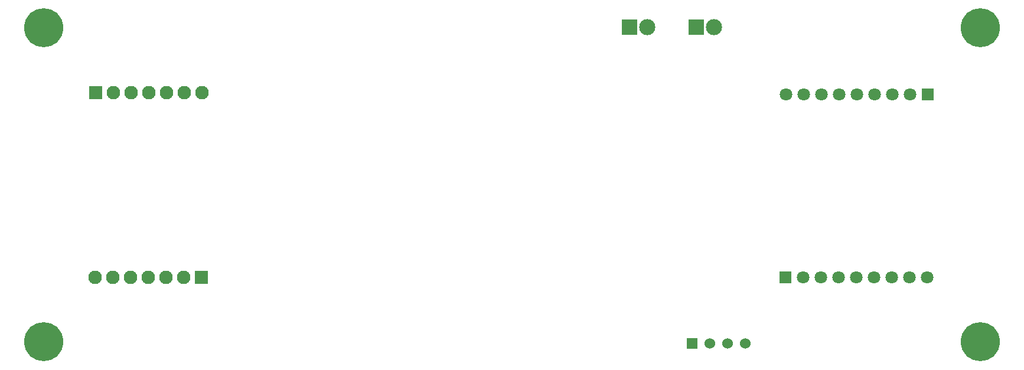
<source format=gbr>
%TF.GenerationSoftware,KiCad,Pcbnew,8.0.2*%
%TF.CreationDate,2024-06-17T09:50:20+02:00*%
%TF.ProjectId,BMS,424d532e-6b69-4636-9164-5f7063625858,rev?*%
%TF.SameCoordinates,Original*%
%TF.FileFunction,Soldermask,Bot*%
%TF.FilePolarity,Negative*%
%FSLAX46Y46*%
G04 Gerber Fmt 4.6, Leading zero omitted, Abs format (unit mm)*
G04 Created by KiCad (PCBNEW 8.0.2) date 2024-06-17 09:50:20*
%MOMM*%
%LPD*%
G01*
G04 APERTURE LIST*
%ADD10R,2.325000X2.325000*%
%ADD11C,2.325000*%
%ADD12C,5.600000*%
%ADD13R,1.800000X1.800000*%
%ADD14C,1.800000*%
%ADD15R,1.950000X1.950000*%
%ADD16C,1.950000*%
%ADD17R,1.530000X1.530000*%
%ADD18C,1.530000*%
G04 APERTURE END LIST*
D10*
%TO.C,J3*%
X163000000Y-68155000D03*
D11*
X165540000Y-68155000D03*
%TD*%
D12*
%TO.C,*%
X203750000Y-113250000D03*
%TD*%
%TO.C,*%
X69500000Y-113250000D03*
%TD*%
D13*
%TO.C,J5*%
X196200000Y-77775000D03*
D14*
X193660000Y-77775000D03*
X191120000Y-77775000D03*
X188580000Y-77775000D03*
X186040000Y-77775000D03*
X183500000Y-77775000D03*
X180960000Y-77775000D03*
X178420000Y-77775000D03*
X175880000Y-77775000D03*
%TD*%
D13*
%TO.C,J4*%
X175840000Y-104000000D03*
D14*
X178380000Y-104000000D03*
X180920000Y-104000000D03*
X183460000Y-104000000D03*
X186000000Y-104000000D03*
X188540000Y-104000000D03*
X191080000Y-104000000D03*
X193620000Y-104000000D03*
X196160000Y-104000000D03*
%TD*%
D15*
%TO.C,J6*%
X76930000Y-77500000D03*
D16*
X79470000Y-77500000D03*
X82010000Y-77500000D03*
X84550000Y-77500000D03*
X87090000Y-77500000D03*
X89630000Y-77500000D03*
X92170000Y-77500000D03*
%TD*%
D10*
%TO.C,J1*%
X153460000Y-68155000D03*
D11*
X156000000Y-68155000D03*
%TD*%
D12*
%TO.C,*%
X203750000Y-68250000D03*
%TD*%
D17*
%TO.C,J7*%
X162460000Y-113540000D03*
D18*
X165000000Y-113540000D03*
X167540000Y-113540000D03*
X170080000Y-113540000D03*
%TD*%
D12*
%TO.C,REF\u002A\u002A*%
X69500000Y-68250000D03*
%TD*%
D15*
%TO.C,J2*%
X92050000Y-104000000D03*
D16*
X89510000Y-104000000D03*
X86970000Y-104000000D03*
X84430000Y-104000000D03*
X81890000Y-104000000D03*
X79350000Y-104000000D03*
X76810000Y-104000000D03*
%TD*%
M02*

</source>
